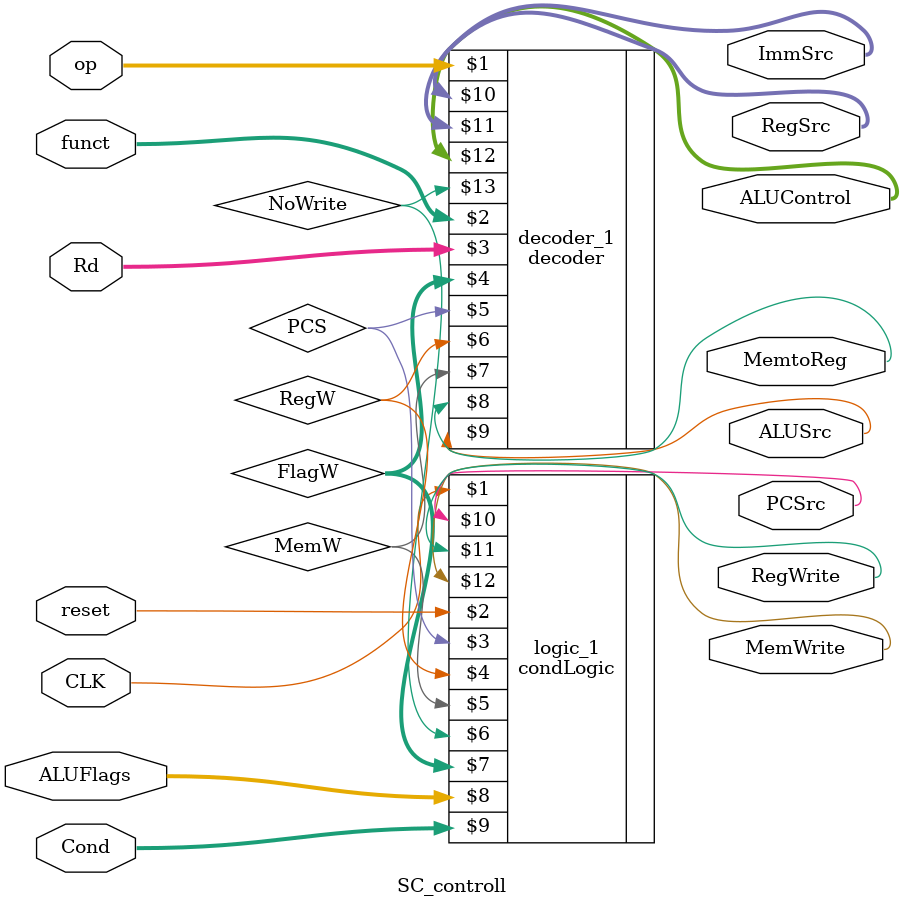
<source format=sv>
module SC_controll( input logic CLK, reset, input logic [3:0] Cond, input logic [1:0] op , input logic [5:0] funct , input logic [3:0] Rd, input logic [3:0] ALUFlags,
output logic PCSrc , MemtoReg , MemWrite , output logic [1:0]ALUControl, output logic ALUSrc, output logic [1:0] ImmSrc ,RegSrc, output logic RegWrite );

//module decoder (input logic [1:0] op, input logic [5:0] funct, input logic [3:0] Rd,
//output logic [1:0] FlagW, output logic PCS , RegW , MemW ,output logic MemtoReg, ALUSrc, output logic [1:0] ImmSrc ,RegSrc ,ALUControl);
logic [1:0] FlagW;

decoder decoder_1 (op, funct, Rd, FlagW, PCS , RegW , MemW ,MemtoReg, ALUSrc, ImmSrc ,RegSrc ,ALUControl, NoWrite);



//module condLogic(input logic CLK, reset, input logic PCS, RegW , MemW, input logic [1:0] FlagW , input logic [3:0] ALUFlags , Cond,
//output logic PCSrc , RegWrite , MemWrite);

condLogic logic_1(CLK, reset,PCS, RegW , MemW, NoWrite, FlagW , ALUFlags , Cond, PCSrc , RegWrite , MemWrite);

endmodule 

</source>
